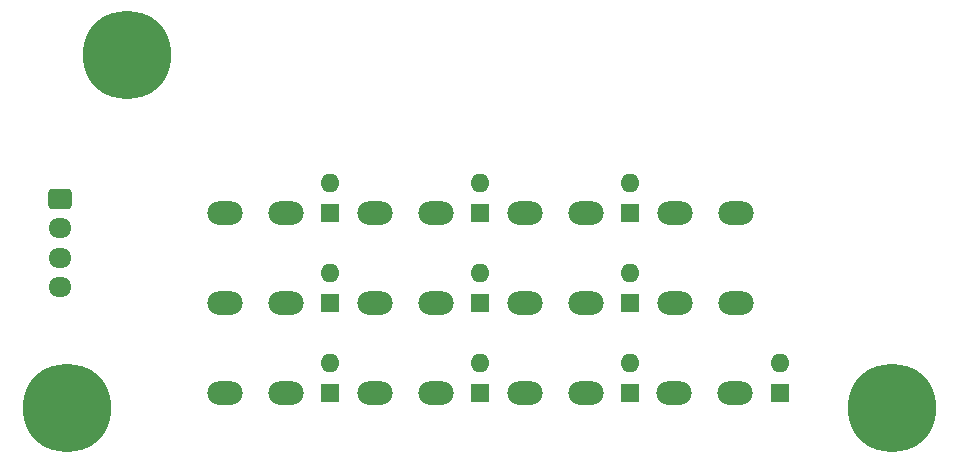
<source format=gts>
G04 #@! TF.GenerationSoftware,KiCad,Pcbnew,8.0.2*
G04 #@! TF.CreationDate,2024-06-05T08:55:07+09:00*
G04 #@! TF.ProjectId,rainbow2v5-rp2040,7261696e-626f-4773-9276-352d72703230,rev?*
G04 #@! TF.SameCoordinates,Original*
G04 #@! TF.FileFunction,Soldermask,Top*
G04 #@! TF.FilePolarity,Negative*
%FSLAX46Y46*%
G04 Gerber Fmt 4.6, Leading zero omitted, Abs format (unit mm)*
G04 Created by KiCad (PCBNEW 8.0.2) date 2024-06-05 08:55:07*
%MOMM*%
%LPD*%
G01*
G04 APERTURE LIST*
G04 Aperture macros list*
%AMRoundRect*
0 Rectangle with rounded corners*
0 $1 Rounding radius*
0 $2 $3 $4 $5 $6 $7 $8 $9 X,Y pos of 4 corners*
0 Add a 4 corners polygon primitive as box body*
4,1,4,$2,$3,$4,$5,$6,$7,$8,$9,$2,$3,0*
0 Add four circle primitives for the rounded corners*
1,1,$1+$1,$2,$3*
1,1,$1+$1,$4,$5*
1,1,$1+$1,$6,$7*
1,1,$1+$1,$8,$9*
0 Add four rect primitives between the rounded corners*
20,1,$1+$1,$2,$3,$4,$5,0*
20,1,$1+$1,$4,$5,$6,$7,0*
20,1,$1+$1,$6,$7,$8,$9,0*
20,1,$1+$1,$8,$9,$2,$3,0*%
G04 Aperture macros list end*
%ADD10C,4.700000*%
%ADD11C,7.500000*%
%ADD12O,3.000000X2.000000*%
%ADD13RoundRect,0.250000X-0.725000X0.600000X-0.725000X-0.600000X0.725000X-0.600000X0.725000X0.600000X0*%
%ADD14O,1.950000X1.700000*%
%ADD15R,1.600000X1.600000*%
%ADD16O,1.600000X1.600000*%
G04 APERTURE END LIST*
D10*
X71755000Y-34925000D03*
D11*
X71755000Y-34925000D03*
D12*
X92710000Y-63500000D03*
X97910000Y-63500000D03*
X92710000Y-55880000D03*
X97910000Y-55880000D03*
X92710000Y-48260000D03*
X97910000Y-48260000D03*
X80010000Y-55880000D03*
X85210000Y-55880000D03*
X118110000Y-48260000D03*
X123310000Y-48260000D03*
X80010000Y-63500000D03*
X85210000Y-63500000D03*
X105410000Y-48260000D03*
X110610000Y-48260000D03*
D10*
X66675000Y-64770000D03*
D11*
X66675000Y-64770000D03*
D12*
X105410000Y-55880000D03*
X110610000Y-55880000D03*
X80010000Y-48260000D03*
X85210000Y-48260000D03*
X118110000Y-55880000D03*
X123310000Y-55880000D03*
D10*
X136525000Y-64770000D03*
D11*
X136525000Y-64770000D03*
D12*
X118050000Y-63500000D03*
X123250000Y-63500000D03*
X105410000Y-63500000D03*
X110610000Y-63500000D03*
D13*
X66040000Y-47070000D03*
D14*
X66040000Y-49570000D03*
X66040000Y-52070000D03*
X66040000Y-54570000D03*
D15*
X114300000Y-63500000D03*
D16*
X114300000Y-60960000D03*
D15*
X88900000Y-55880000D03*
D16*
X88900000Y-53340000D03*
D15*
X88900000Y-48260000D03*
D16*
X88900000Y-45720000D03*
D15*
X101600000Y-48260000D03*
D16*
X101600000Y-45720000D03*
D15*
X114300000Y-55880000D03*
D16*
X114300000Y-53340000D03*
D15*
X114300000Y-48260000D03*
D16*
X114300000Y-45720000D03*
D15*
X101600000Y-63500000D03*
D16*
X101600000Y-60960000D03*
D15*
X127000000Y-63500000D03*
D16*
X127000000Y-60960000D03*
D15*
X88900000Y-63500000D03*
D16*
X88900000Y-60960000D03*
D15*
X101600000Y-55880000D03*
D16*
X101600000Y-53340000D03*
M02*

</source>
